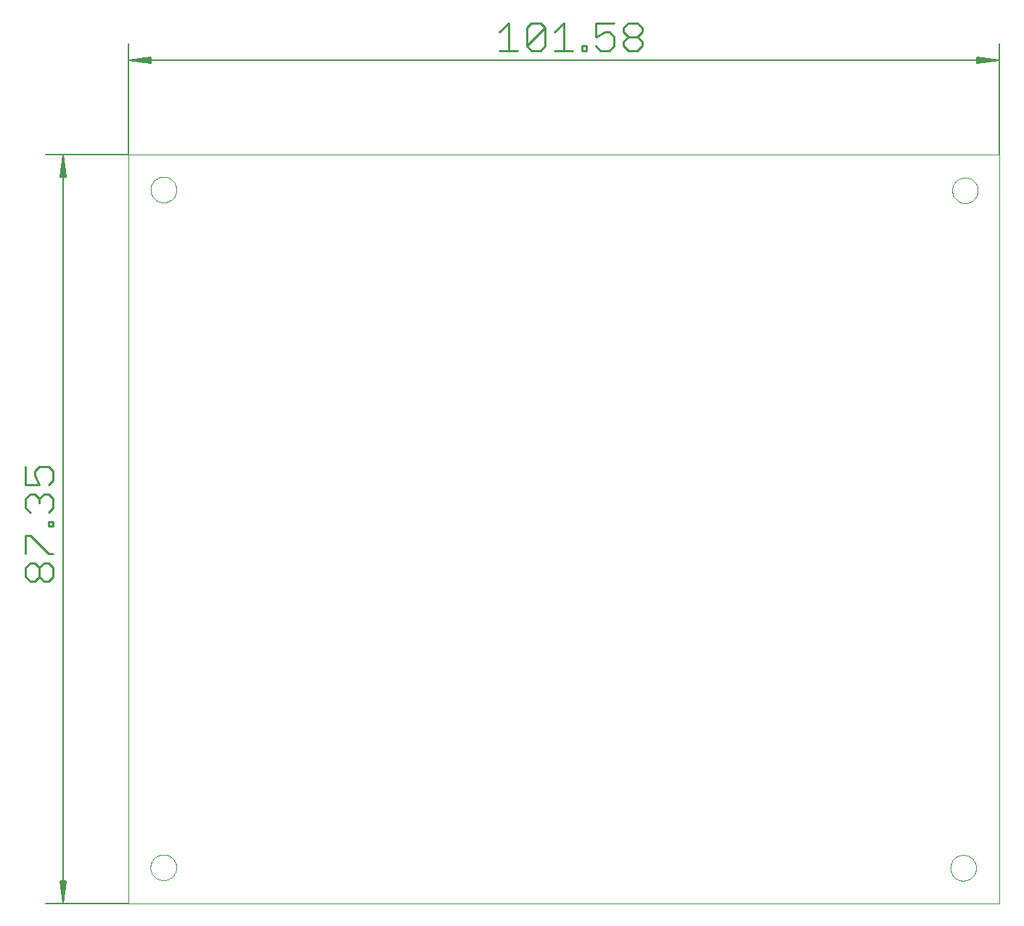
<source format=gm1>
G75*
G70*
%OFA0B0*%
%FSLAX24Y24*%
%IPPOS*%
%LPD*%
%AMOC8*
5,1,8,0,0,1.08239X$1,22.5*
%
%ADD10C,0.0000*%
%ADD11C,0.0051*%
%ADD12C,0.0110*%
D10*
X000000Y000080D02*
X000000Y034470D01*
X039992Y034470D01*
X039992Y000080D01*
X000000Y000080D01*
X001021Y001732D02*
X001023Y001780D01*
X001029Y001828D01*
X001039Y001875D01*
X001052Y001921D01*
X001070Y001966D01*
X001090Y002010D01*
X001115Y002052D01*
X001143Y002091D01*
X001173Y002128D01*
X001207Y002162D01*
X001244Y002194D01*
X001282Y002223D01*
X001323Y002248D01*
X001366Y002270D01*
X001411Y002288D01*
X001457Y002302D01*
X001504Y002313D01*
X001552Y002320D01*
X001600Y002323D01*
X001648Y002322D01*
X001696Y002317D01*
X001744Y002308D01*
X001790Y002296D01*
X001835Y002279D01*
X001879Y002259D01*
X001921Y002236D01*
X001961Y002209D01*
X001999Y002179D01*
X002034Y002146D01*
X002066Y002110D01*
X002096Y002072D01*
X002122Y002031D01*
X002144Y001988D01*
X002164Y001944D01*
X002179Y001899D01*
X002191Y001852D01*
X002199Y001804D01*
X002203Y001756D01*
X002203Y001708D01*
X002199Y001660D01*
X002191Y001612D01*
X002179Y001565D01*
X002164Y001520D01*
X002144Y001476D01*
X002122Y001433D01*
X002096Y001392D01*
X002066Y001354D01*
X002034Y001318D01*
X001999Y001285D01*
X001961Y001255D01*
X001921Y001228D01*
X001879Y001205D01*
X001835Y001185D01*
X001790Y001168D01*
X001744Y001156D01*
X001696Y001147D01*
X001648Y001142D01*
X001600Y001141D01*
X001552Y001144D01*
X001504Y001151D01*
X001457Y001162D01*
X001411Y001176D01*
X001366Y001194D01*
X001323Y001216D01*
X001282Y001241D01*
X001244Y001270D01*
X001207Y001302D01*
X001173Y001336D01*
X001143Y001373D01*
X001115Y001412D01*
X001090Y001454D01*
X001070Y001498D01*
X001052Y001543D01*
X001039Y001589D01*
X001029Y001636D01*
X001023Y001684D01*
X001021Y001732D01*
X001024Y032862D02*
X001026Y032910D01*
X001032Y032958D01*
X001042Y033005D01*
X001055Y033051D01*
X001073Y033096D01*
X001093Y033140D01*
X001118Y033182D01*
X001146Y033221D01*
X001176Y033258D01*
X001210Y033292D01*
X001247Y033324D01*
X001285Y033353D01*
X001326Y033378D01*
X001369Y033400D01*
X001414Y033418D01*
X001460Y033432D01*
X001507Y033443D01*
X001555Y033450D01*
X001603Y033453D01*
X001651Y033452D01*
X001699Y033447D01*
X001747Y033438D01*
X001793Y033426D01*
X001838Y033409D01*
X001882Y033389D01*
X001924Y033366D01*
X001964Y033339D01*
X002002Y033309D01*
X002037Y033276D01*
X002069Y033240D01*
X002099Y033202D01*
X002125Y033161D01*
X002147Y033118D01*
X002167Y033074D01*
X002182Y033029D01*
X002194Y032982D01*
X002202Y032934D01*
X002206Y032886D01*
X002206Y032838D01*
X002202Y032790D01*
X002194Y032742D01*
X002182Y032695D01*
X002167Y032650D01*
X002147Y032606D01*
X002125Y032563D01*
X002099Y032522D01*
X002069Y032484D01*
X002037Y032448D01*
X002002Y032415D01*
X001964Y032385D01*
X001924Y032358D01*
X001882Y032335D01*
X001838Y032315D01*
X001793Y032298D01*
X001747Y032286D01*
X001699Y032277D01*
X001651Y032272D01*
X001603Y032271D01*
X001555Y032274D01*
X001507Y032281D01*
X001460Y032292D01*
X001414Y032306D01*
X001369Y032324D01*
X001326Y032346D01*
X001285Y032371D01*
X001247Y032400D01*
X001210Y032432D01*
X001176Y032466D01*
X001146Y032503D01*
X001118Y032542D01*
X001093Y032584D01*
X001073Y032628D01*
X001055Y032673D01*
X001042Y032719D01*
X001032Y032766D01*
X001026Y032814D01*
X001024Y032862D01*
X037840Y032831D02*
X037842Y032879D01*
X037848Y032927D01*
X037858Y032974D01*
X037871Y033020D01*
X037889Y033065D01*
X037909Y033109D01*
X037934Y033151D01*
X037962Y033190D01*
X037992Y033227D01*
X038026Y033261D01*
X038063Y033293D01*
X038101Y033322D01*
X038142Y033347D01*
X038185Y033369D01*
X038230Y033387D01*
X038276Y033401D01*
X038323Y033412D01*
X038371Y033419D01*
X038419Y033422D01*
X038467Y033421D01*
X038515Y033416D01*
X038563Y033407D01*
X038609Y033395D01*
X038654Y033378D01*
X038698Y033358D01*
X038740Y033335D01*
X038780Y033308D01*
X038818Y033278D01*
X038853Y033245D01*
X038885Y033209D01*
X038915Y033171D01*
X038941Y033130D01*
X038963Y033087D01*
X038983Y033043D01*
X038998Y032998D01*
X039010Y032951D01*
X039018Y032903D01*
X039022Y032855D01*
X039022Y032807D01*
X039018Y032759D01*
X039010Y032711D01*
X038998Y032664D01*
X038983Y032619D01*
X038963Y032575D01*
X038941Y032532D01*
X038915Y032491D01*
X038885Y032453D01*
X038853Y032417D01*
X038818Y032384D01*
X038780Y032354D01*
X038740Y032327D01*
X038698Y032304D01*
X038654Y032284D01*
X038609Y032267D01*
X038563Y032255D01*
X038515Y032246D01*
X038467Y032241D01*
X038419Y032240D01*
X038371Y032243D01*
X038323Y032250D01*
X038276Y032261D01*
X038230Y032275D01*
X038185Y032293D01*
X038142Y032315D01*
X038101Y032340D01*
X038063Y032369D01*
X038026Y032401D01*
X037992Y032435D01*
X037962Y032472D01*
X037934Y032511D01*
X037909Y032553D01*
X037889Y032597D01*
X037871Y032642D01*
X037858Y032688D01*
X037848Y032735D01*
X037842Y032783D01*
X037840Y032831D01*
X037760Y001712D02*
X037762Y001760D01*
X037768Y001808D01*
X037778Y001855D01*
X037791Y001901D01*
X037809Y001946D01*
X037829Y001990D01*
X037854Y002032D01*
X037882Y002071D01*
X037912Y002108D01*
X037946Y002142D01*
X037983Y002174D01*
X038021Y002203D01*
X038062Y002228D01*
X038105Y002250D01*
X038150Y002268D01*
X038196Y002282D01*
X038243Y002293D01*
X038291Y002300D01*
X038339Y002303D01*
X038387Y002302D01*
X038435Y002297D01*
X038483Y002288D01*
X038529Y002276D01*
X038574Y002259D01*
X038618Y002239D01*
X038660Y002216D01*
X038700Y002189D01*
X038738Y002159D01*
X038773Y002126D01*
X038805Y002090D01*
X038835Y002052D01*
X038861Y002011D01*
X038883Y001968D01*
X038903Y001924D01*
X038918Y001879D01*
X038930Y001832D01*
X038938Y001784D01*
X038942Y001736D01*
X038942Y001688D01*
X038938Y001640D01*
X038930Y001592D01*
X038918Y001545D01*
X038903Y001500D01*
X038883Y001456D01*
X038861Y001413D01*
X038835Y001372D01*
X038805Y001334D01*
X038773Y001298D01*
X038738Y001265D01*
X038700Y001235D01*
X038660Y001208D01*
X038618Y001185D01*
X038574Y001165D01*
X038529Y001148D01*
X038483Y001136D01*
X038435Y001127D01*
X038387Y001122D01*
X038339Y001121D01*
X038291Y001124D01*
X038243Y001131D01*
X038196Y001142D01*
X038150Y001156D01*
X038105Y001174D01*
X038062Y001196D01*
X038021Y001221D01*
X037983Y001250D01*
X037946Y001282D01*
X037912Y001316D01*
X037882Y001353D01*
X037854Y001392D01*
X037829Y001434D01*
X037809Y001478D01*
X037791Y001523D01*
X037778Y001569D01*
X037768Y001616D01*
X037762Y001664D01*
X037760Y001712D01*
D11*
X000000Y000080D02*
X-003787Y000080D01*
X-003000Y000080D02*
X-003102Y001104D01*
X-003126Y001104D02*
X-002874Y001104D01*
X-003000Y000080D01*
X-002898Y001104D01*
X-002949Y001104D02*
X-003000Y000080D01*
X-003051Y001104D01*
X-003126Y001104D02*
X-003000Y000080D01*
X-003000Y034470D01*
X-002898Y033446D01*
X-002874Y033446D02*
X-003000Y034470D01*
X-003102Y033446D01*
X-003126Y033446D02*
X-002874Y033446D01*
X-002949Y033446D02*
X-003000Y034470D01*
X-003051Y033446D01*
X-003126Y033446D02*
X-003000Y034470D01*
X-003787Y034470D02*
X000000Y034470D01*
X000000Y039587D01*
X000000Y038800D02*
X001024Y038698D01*
X001024Y038674D02*
X000000Y038800D01*
X001024Y038902D01*
X001024Y038926D02*
X001024Y038674D01*
X001024Y038749D02*
X000000Y038800D01*
X001024Y038851D01*
X001024Y038926D02*
X000000Y038800D01*
X039992Y038800D01*
X038969Y038698D01*
X038969Y038674D02*
X039992Y038800D01*
X038969Y038902D01*
X038969Y038926D02*
X038969Y038674D01*
X038969Y038749D02*
X039992Y038800D01*
X038969Y038851D01*
X038969Y038926D02*
X039992Y038800D01*
X039992Y039587D02*
X039992Y034470D01*
D12*
X023592Y039460D02*
X023380Y039249D01*
X022957Y039249D01*
X022746Y039460D01*
X022746Y039672D01*
X022957Y039883D01*
X023380Y039883D01*
X023592Y039672D01*
X023592Y039460D01*
X023380Y039883D02*
X023592Y040095D01*
X023592Y040306D01*
X023380Y040518D01*
X022957Y040518D01*
X022746Y040306D01*
X022746Y040095D01*
X022957Y039883D01*
X022323Y039883D02*
X022323Y039460D01*
X022111Y039249D01*
X021688Y039249D01*
X021477Y039460D01*
X021054Y039460D02*
X021054Y039249D01*
X020842Y039249D01*
X020842Y039460D01*
X021054Y039460D01*
X021477Y039883D02*
X021900Y040095D01*
X022111Y040095D01*
X022323Y039883D01*
X022323Y040518D02*
X021477Y040518D01*
X021477Y039883D01*
X020420Y039249D02*
X019574Y039249D01*
X019997Y039249D02*
X019997Y040518D01*
X019574Y040095D01*
X019151Y040306D02*
X018939Y040518D01*
X018516Y040518D01*
X018305Y040306D01*
X018305Y039460D01*
X019151Y040306D01*
X019151Y039460D01*
X018939Y039249D01*
X018516Y039249D01*
X018305Y039460D01*
X017882Y039249D02*
X017036Y039249D01*
X017459Y039249D02*
X017459Y040518D01*
X017036Y040095D01*
X-003449Y019938D02*
X-003660Y020150D01*
X-004083Y020150D01*
X-004295Y019938D01*
X-004295Y019727D01*
X-004083Y019304D01*
X-004718Y019304D01*
X-004718Y020150D01*
X-003660Y019304D02*
X-003449Y019515D01*
X-003449Y019938D01*
X-003660Y018881D02*
X-003449Y018670D01*
X-003449Y018247D01*
X-003660Y018035D01*
X-003660Y017612D02*
X-003449Y017612D01*
X-003449Y017401D01*
X-003660Y017401D01*
X-003660Y017612D01*
X-004083Y018458D02*
X-004083Y018670D01*
X-003872Y018881D01*
X-003660Y018881D01*
X-004083Y018670D02*
X-004295Y018881D01*
X-004506Y018881D01*
X-004718Y018670D01*
X-004718Y018247D01*
X-004506Y018035D01*
X-004506Y016978D02*
X-003660Y016132D01*
X-003449Y016132D01*
X-003660Y015709D02*
X-003449Y015498D01*
X-003449Y015075D01*
X-003660Y014863D01*
X-003872Y014863D01*
X-004083Y015075D01*
X-004083Y015498D01*
X-003872Y015709D01*
X-003660Y015709D01*
X-004083Y015498D02*
X-004295Y015709D01*
X-004506Y015709D01*
X-004718Y015498D01*
X-004718Y015075D01*
X-004506Y014863D01*
X-004295Y014863D01*
X-004083Y015075D01*
X-004718Y016132D02*
X-004718Y016978D01*
X-004506Y016978D01*
M02*

</source>
